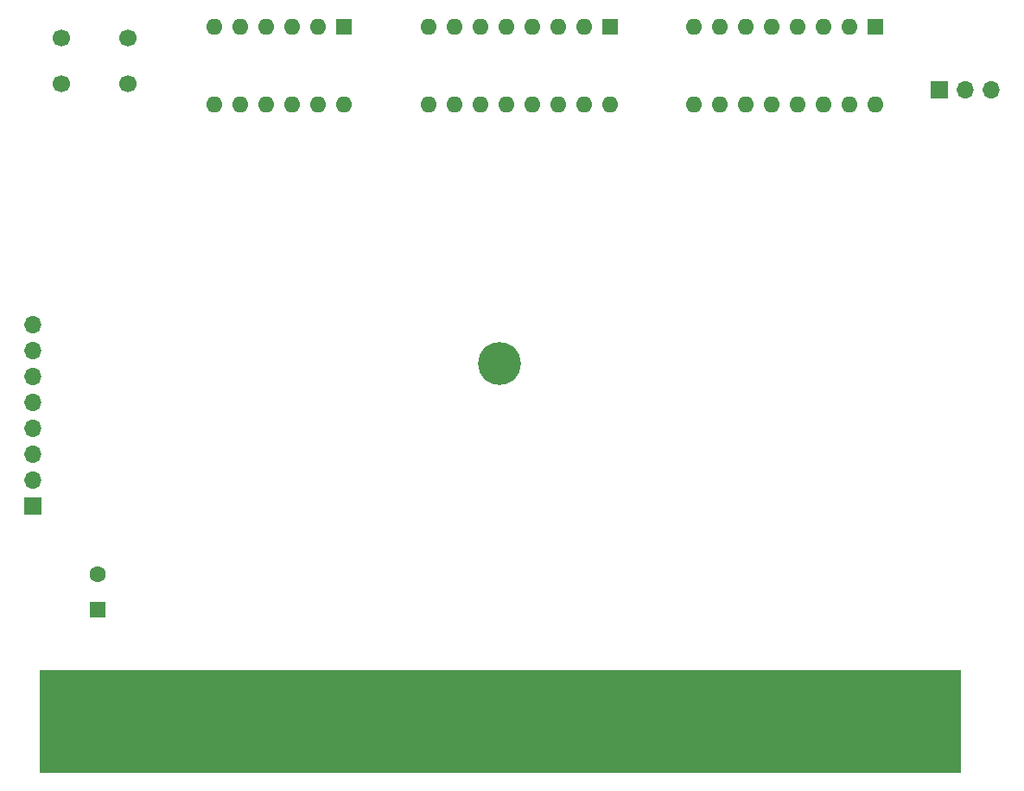
<source format=gbr>
%TF.GenerationSoftware,KiCad,Pcbnew,(5.1.10)-1*%
%TF.CreationDate,2022-08-09T12:22:40-04:00*%
%TF.ProjectId,VIC20 2587KB Memory Expander,56494332-3020-4323-9538-374b42204d65,2*%
%TF.SameCoordinates,Original*%
%TF.FileFunction,Soldermask,Bot*%
%TF.FilePolarity,Negative*%
%FSLAX46Y46*%
G04 Gerber Fmt 4.6, Leading zero omitted, Abs format (unit mm)*
G04 Created by KiCad (PCBNEW (5.1.10)-1) date 2022-08-09 12:22:40*
%MOMM*%
%LPD*%
G01*
G04 APERTURE LIST*
%ADD10C,0.100000*%
%ADD11R,2.250000X9.500000*%
%ADD12C,4.200000*%
%ADD13O,1.600000X1.600000*%
%ADD14R,1.600000X1.600000*%
%ADD15C,1.600000*%
%ADD16R,1.700000X1.700000*%
%ADD17O,1.700000X1.700000*%
%ADD18C,1.700000*%
G04 APERTURE END LIST*
D10*
%TO.C,X1*%
G36*
X95235000Y-121285000D02*
G01*
X185435000Y-121285000D01*
X185435000Y-111335000D01*
X95235000Y-111335000D01*
X95235000Y-121285000D01*
G37*
X95235000Y-121285000D02*
X185435000Y-121285000D01*
X185435000Y-111335000D01*
X95235000Y-111335000D01*
X95235000Y-121285000D01*
%TD*%
D11*
%TO.C,X1*%
X114595000Y-116035000D03*
X138355000Y-116035000D03*
X142315000Y-116035000D03*
X106675000Y-116035000D03*
X110635000Y-116035000D03*
X154195000Y-116035000D03*
X102715000Y-116035000D03*
X118555000Y-116035000D03*
X134395000Y-116035000D03*
X122515000Y-116035000D03*
X146275000Y-116035000D03*
X166075000Y-116035000D03*
X150235000Y-116035000D03*
X173995000Y-116035000D03*
X170035000Y-116035000D03*
X158155000Y-116035000D03*
X126475000Y-116035000D03*
X162115000Y-116035000D03*
X177955000Y-116035000D03*
X130435000Y-116035000D03*
D12*
X140335000Y-81285000D03*
%TD*%
D13*
%TO.C,SW2*%
X177165000Y-55880000D03*
X159385000Y-48260000D03*
X174625000Y-55880000D03*
X161925000Y-48260000D03*
X172085000Y-55880000D03*
X164465000Y-48260000D03*
X169545000Y-55880000D03*
X167005000Y-48260000D03*
X167005000Y-55880000D03*
X169545000Y-48260000D03*
X164465000Y-55880000D03*
X172085000Y-48260000D03*
X161925000Y-55880000D03*
X174625000Y-48260000D03*
X159385000Y-55880000D03*
D14*
X177165000Y-48260000D03*
%TD*%
%TO.C,C1*%
X100965000Y-105410000D03*
D15*
X100965000Y-101910000D03*
%TD*%
D16*
%TO.C,J1*%
X94615000Y-95250000D03*
D17*
X94615000Y-92710000D03*
X94615000Y-90170000D03*
X94615000Y-87630000D03*
X94615000Y-85090000D03*
X94615000Y-82550000D03*
X94615000Y-80010000D03*
X94615000Y-77470000D03*
%TD*%
D16*
%TO.C,JP1*%
X183388000Y-54419500D03*
D17*
X185928000Y-54419500D03*
X188468000Y-54419500D03*
%TD*%
D18*
%TO.C,SW1*%
X97383600Y-49348000D03*
X103883600Y-49348000D03*
X97383600Y-53848000D03*
X103883600Y-53848000D03*
%TD*%
D14*
%TO.C,SW3*%
X151130000Y-48260000D03*
D13*
X133350000Y-55880000D03*
X148590000Y-48260000D03*
X135890000Y-55880000D03*
X146050000Y-48260000D03*
X138430000Y-55880000D03*
X143510000Y-48260000D03*
X140970000Y-55880000D03*
X140970000Y-48260000D03*
X143510000Y-55880000D03*
X138430000Y-48260000D03*
X146050000Y-55880000D03*
X135890000Y-48260000D03*
X148590000Y-55880000D03*
X133350000Y-48260000D03*
X151130000Y-55880000D03*
%TD*%
D14*
%TO.C,SW4*%
X125095000Y-48260000D03*
D13*
X112395000Y-55880000D03*
X122555000Y-48260000D03*
X114935000Y-55880000D03*
X120015000Y-48260000D03*
X117475000Y-55880000D03*
X117475000Y-48260000D03*
X120015000Y-55880000D03*
X114935000Y-48260000D03*
X122555000Y-55880000D03*
X112395000Y-48260000D03*
X125095000Y-55880000D03*
%TD*%
M02*

</source>
